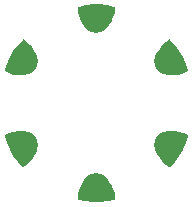
<source format=gbr>
G04 EAGLE Gerber RS-274X export*
G75*
%MOMM*%
%FSLAX34Y34*%
%LPD*%
%INSoldermask Bottom*%
%IPPOS*%
%AMOC8*
5,1,8,0,0,1.08239X$1,22.5*%
G01*
%ADD10C,2.336800*%

G36*
X3062Y-83644D02*
X3062Y-83644D01*
X3099Y-83646D01*
X9133Y-83012D01*
X9160Y-83004D01*
X9198Y-83002D01*
X15132Y-81740D01*
X15154Y-81731D01*
X15178Y-81729D01*
X15257Y-81689D01*
X15340Y-81656D01*
X15357Y-81640D01*
X15378Y-81629D01*
X15411Y-81595D01*
X15413Y-81593D01*
X15422Y-81583D01*
X15439Y-81564D01*
X15505Y-81504D01*
X15516Y-81483D01*
X15532Y-81465D01*
X15548Y-81427D01*
X15555Y-81419D01*
X15568Y-81381D01*
X15607Y-81304D01*
X15610Y-81281D01*
X15619Y-81259D01*
X15622Y-81221D01*
X15627Y-81206D01*
X15626Y-81167D01*
X15630Y-81111D01*
X15633Y-81081D01*
X15632Y-81077D01*
X15632Y-81072D01*
X15345Y-77313D01*
X15334Y-77273D01*
X15329Y-77215D01*
X14457Y-73548D01*
X14440Y-73510D01*
X14426Y-73453D01*
X12991Y-69968D01*
X12969Y-69933D01*
X12946Y-69879D01*
X10983Y-66661D01*
X10956Y-66630D01*
X10925Y-66580D01*
X8483Y-63709D01*
X8445Y-63678D01*
X8389Y-63619D01*
X6603Y-62233D01*
X6578Y-62220D01*
X6574Y-62215D01*
X6563Y-62210D01*
X6535Y-62187D01*
X4583Y-61046D01*
X4550Y-61034D01*
X4509Y-61009D01*
X2426Y-60132D01*
X2391Y-60125D01*
X2347Y-60105D01*
X168Y-59508D01*
X92Y-59502D01*
X19Y-59486D01*
X-24Y-59491D01*
X-56Y-59488D01*
X-100Y-59500D01*
X-168Y-59508D01*
X-2347Y-60105D01*
X-2379Y-60121D01*
X-2426Y-60132D01*
X-4509Y-61009D01*
X-4539Y-61028D01*
X-4583Y-61046D01*
X-6535Y-62187D01*
X-6561Y-62210D01*
X-6603Y-62233D01*
X-8389Y-63619D01*
X-8422Y-63656D01*
X-8483Y-63709D01*
X-10925Y-66580D01*
X-10946Y-66616D01*
X-10983Y-66661D01*
X-12946Y-69879D01*
X-12961Y-69917D01*
X-12991Y-69968D01*
X-14426Y-73453D01*
X-14435Y-73494D01*
X-14457Y-73548D01*
X-15329Y-77215D01*
X-15331Y-77256D01*
X-15345Y-77313D01*
X-15632Y-81072D01*
X-15630Y-81095D01*
X-15634Y-81119D01*
X-15622Y-81190D01*
X-15620Y-81243D01*
X-15613Y-81260D01*
X-15610Y-81295D01*
X-15599Y-81316D01*
X-15595Y-81340D01*
X-15550Y-81416D01*
X-15550Y-81417D01*
X-15536Y-81451D01*
X-15529Y-81458D01*
X-15511Y-81496D01*
X-15493Y-81513D01*
X-15481Y-81533D01*
X-15413Y-81589D01*
X-15391Y-81610D01*
X-15384Y-81617D01*
X-15382Y-81618D01*
X-15348Y-81650D01*
X-15326Y-81660D01*
X-15307Y-81675D01*
X-15170Y-81726D01*
X-15141Y-81738D01*
X-15137Y-81739D01*
X-15132Y-81740D01*
X-9198Y-83002D01*
X-9169Y-83003D01*
X-9133Y-83012D01*
X-3099Y-83646D01*
X-3071Y-83644D01*
X-3033Y-83650D01*
X3033Y-83650D01*
X3062Y-83644D01*
G37*
G36*
X-62590Y23819D02*
X-62590Y23819D01*
X-62550Y23827D01*
X-62491Y23829D01*
X-58784Y24508D01*
X-58737Y24525D01*
X-58658Y24544D01*
X-56565Y25398D01*
X-56535Y25417D01*
X-56491Y25434D01*
X-54527Y26554D01*
X-54500Y26576D01*
X-54458Y26599D01*
X-52657Y27965D01*
X-52633Y27991D01*
X-52595Y28020D01*
X-50988Y29609D01*
X-50944Y29671D01*
X-50894Y29727D01*
X-50881Y29757D01*
X-50876Y29764D01*
X-50873Y29772D01*
X-50859Y29793D01*
X-50847Y29837D01*
X-50820Y29899D01*
X-50247Y32086D01*
X-50244Y32121D01*
X-50231Y32167D01*
X-49949Y34410D01*
X-49951Y34445D01*
X-49944Y34492D01*
X-49956Y36752D01*
X-49963Y36787D01*
X-49962Y36835D01*
X-50269Y39074D01*
X-50285Y39121D01*
X-50300Y39201D01*
X-51566Y42752D01*
X-51587Y42787D01*
X-51607Y42842D01*
X-53412Y46151D01*
X-53438Y46183D01*
X-53467Y46235D01*
X-55767Y49220D01*
X-55798Y49248D01*
X-55834Y49294D01*
X-58574Y51883D01*
X-58608Y51905D01*
X-58651Y51945D01*
X-61762Y54074D01*
X-61784Y54084D01*
X-61802Y54099D01*
X-61885Y54129D01*
X-61900Y54136D01*
X-61916Y54144D01*
X-61919Y54144D01*
X-61967Y54166D01*
X-61991Y54167D01*
X-62013Y54175D01*
X-62102Y54175D01*
X-62191Y54181D01*
X-62213Y54174D01*
X-62237Y54174D01*
X-62321Y54142D01*
X-62406Y54117D01*
X-62425Y54102D01*
X-62447Y54094D01*
X-62523Y54032D01*
X-62546Y54018D01*
X-62559Y54001D01*
X-62561Y54000D01*
X-62585Y53982D01*
X-62587Y53978D01*
X-62592Y53975D01*
X-66651Y49467D01*
X-66666Y49442D01*
X-66693Y49415D01*
X-70258Y44507D01*
X-70271Y44481D01*
X-70294Y44452D01*
X-73328Y39198D01*
X-73337Y39171D01*
X-73358Y39139D01*
X-75825Y33597D01*
X-75832Y33569D01*
X-75849Y33535D01*
X-77723Y27766D01*
X-77727Y27742D01*
X-77736Y27720D01*
X-77742Y27632D01*
X-77754Y27543D01*
X-77749Y27520D01*
X-77750Y27496D01*
X-77725Y27411D01*
X-77705Y27324D01*
X-77692Y27304D01*
X-77685Y27282D01*
X-77632Y27211D01*
X-77583Y27136D01*
X-77564Y27122D01*
X-77550Y27103D01*
X-77427Y27020D01*
X-77403Y27002D01*
X-77399Y27001D01*
X-77395Y26998D01*
X-73996Y25368D01*
X-73956Y25357D01*
X-73903Y25332D01*
X-70291Y24254D01*
X-70250Y24249D01*
X-70194Y24233D01*
X-66458Y23733D01*
X-66417Y23735D01*
X-66358Y23728D01*
X-62590Y23819D01*
G37*
G36*
X66399Y23734D02*
X66399Y23734D01*
X66458Y23733D01*
X70194Y24233D01*
X70233Y24246D01*
X70291Y24254D01*
X73903Y25332D01*
X73940Y25351D01*
X73996Y25368D01*
X77395Y26998D01*
X77414Y27012D01*
X77436Y27020D01*
X77504Y27077D01*
X77576Y27129D01*
X77590Y27149D01*
X77608Y27164D01*
X77652Y27241D01*
X77701Y27315D01*
X77707Y27339D01*
X77719Y27359D01*
X77733Y27447D01*
X77753Y27534D01*
X77751Y27557D01*
X77754Y27581D01*
X77730Y27727D01*
X77726Y27756D01*
X77724Y27760D01*
X77723Y27766D01*
X75849Y33535D01*
X75835Y33561D01*
X75825Y33597D01*
X73358Y39139D01*
X73341Y39163D01*
X73328Y39198D01*
X70294Y44452D01*
X70276Y44474D01*
X70258Y44507D01*
X66693Y49415D01*
X66672Y49435D01*
X66651Y49467D01*
X62592Y53975D01*
X62573Y53989D01*
X62559Y54009D01*
X62529Y54029D01*
X62517Y54041D01*
X62484Y54059D01*
X62414Y54112D01*
X62392Y54119D01*
X62372Y54133D01*
X62285Y54153D01*
X62200Y54180D01*
X62176Y54178D01*
X62153Y54184D01*
X62065Y54173D01*
X61976Y54168D01*
X61954Y54159D01*
X61931Y54156D01*
X61883Y54132D01*
X61880Y54132D01*
X61874Y54128D01*
X61798Y54091D01*
X61770Y54079D01*
X61767Y54076D01*
X61762Y54074D01*
X58651Y51945D01*
X58622Y51916D01*
X58574Y51883D01*
X55834Y49294D01*
X55810Y49261D01*
X55767Y49220D01*
X53467Y46235D01*
X53448Y46198D01*
X53412Y46151D01*
X51607Y42842D01*
X51594Y42803D01*
X51566Y42752D01*
X50300Y39201D01*
X50292Y39152D01*
X50269Y39074D01*
X49962Y36835D01*
X49964Y36800D01*
X49956Y36752D01*
X49944Y34492D01*
X49950Y34457D01*
X49949Y34410D01*
X50231Y32167D01*
X50242Y32133D01*
X50247Y32086D01*
X50820Y29899D01*
X50852Y29831D01*
X50875Y29759D01*
X50893Y29735D01*
X50895Y29732D01*
X50901Y29725D01*
X50915Y29696D01*
X50947Y29664D01*
X50988Y29609D01*
X52595Y28020D01*
X52624Y28000D01*
X52657Y27965D01*
X54458Y26599D01*
X54490Y26583D01*
X54527Y26554D01*
X56491Y25434D01*
X56524Y25422D01*
X56565Y25398D01*
X58658Y24544D01*
X58707Y24534D01*
X58784Y24508D01*
X62491Y23829D01*
X62532Y23829D01*
X62590Y23819D01*
X66358Y23728D01*
X66399Y23734D01*
G37*
G36*
X62213Y-54174D02*
X62213Y-54174D01*
X62237Y-54174D01*
X62321Y-54142D01*
X62406Y-54117D01*
X62425Y-54102D01*
X62447Y-54094D01*
X62561Y-54000D01*
X62585Y-53982D01*
X62587Y-53978D01*
X62592Y-53975D01*
X66651Y-49467D01*
X66666Y-49442D01*
X66693Y-49415D01*
X70258Y-44507D01*
X70271Y-44481D01*
X70294Y-44452D01*
X73328Y-39198D01*
X73337Y-39171D01*
X73358Y-39139D01*
X75825Y-33597D01*
X75832Y-33569D01*
X75849Y-33535D01*
X77723Y-27766D01*
X77727Y-27742D01*
X77736Y-27720D01*
X77742Y-27632D01*
X77754Y-27543D01*
X77749Y-27520D01*
X77750Y-27496D01*
X77725Y-27411D01*
X77705Y-27324D01*
X77692Y-27304D01*
X77685Y-27282D01*
X77632Y-27211D01*
X77583Y-27136D01*
X77564Y-27122D01*
X77550Y-27103D01*
X77427Y-27020D01*
X77403Y-27002D01*
X77399Y-27001D01*
X77395Y-26998D01*
X73996Y-25368D01*
X73956Y-25357D01*
X73903Y-25332D01*
X70291Y-24254D01*
X70250Y-24249D01*
X70194Y-24233D01*
X66458Y-23733D01*
X66417Y-23735D01*
X66358Y-23728D01*
X62590Y-23819D01*
X62550Y-23827D01*
X62491Y-23829D01*
X58784Y-24508D01*
X58737Y-24525D01*
X58658Y-24544D01*
X56565Y-25398D01*
X56535Y-25417D01*
X56491Y-25434D01*
X54527Y-26554D01*
X54500Y-26576D01*
X54458Y-26599D01*
X52657Y-27965D01*
X52633Y-27991D01*
X52595Y-28020D01*
X50988Y-29609D01*
X50944Y-29671D01*
X50894Y-29727D01*
X50877Y-29766D01*
X50859Y-29793D01*
X50847Y-29837D01*
X50820Y-29899D01*
X50247Y-32086D01*
X50244Y-32121D01*
X50231Y-32167D01*
X49949Y-34410D01*
X49951Y-34445D01*
X49944Y-34492D01*
X49956Y-36752D01*
X49963Y-36787D01*
X49962Y-36835D01*
X50269Y-39074D01*
X50273Y-39087D01*
X50274Y-39093D01*
X50283Y-39117D01*
X50285Y-39121D01*
X50300Y-39201D01*
X51566Y-42752D01*
X51587Y-42787D01*
X51607Y-42842D01*
X53412Y-46151D01*
X53438Y-46183D01*
X53467Y-46235D01*
X55767Y-49220D01*
X55798Y-49248D01*
X55834Y-49294D01*
X58574Y-51883D01*
X58608Y-51905D01*
X58651Y-51945D01*
X61762Y-54074D01*
X61784Y-54084D01*
X61802Y-54099D01*
X61885Y-54129D01*
X61967Y-54166D01*
X61991Y-54167D01*
X62013Y-54175D01*
X62102Y-54175D01*
X62191Y-54181D01*
X62213Y-54174D01*
G37*
G36*
X-62065Y-54173D02*
X-62065Y-54173D01*
X-61976Y-54168D01*
X-61954Y-54159D01*
X-61931Y-54156D01*
X-61798Y-54091D01*
X-61770Y-54079D01*
X-61767Y-54076D01*
X-61762Y-54074D01*
X-58651Y-51945D01*
X-58622Y-51916D01*
X-58574Y-51883D01*
X-55834Y-49294D01*
X-55810Y-49261D01*
X-55767Y-49220D01*
X-53467Y-46235D01*
X-53448Y-46198D01*
X-53412Y-46151D01*
X-51607Y-42842D01*
X-51594Y-42803D01*
X-51566Y-42752D01*
X-50300Y-39201D01*
X-50292Y-39152D01*
X-50269Y-39074D01*
X-49962Y-36835D01*
X-49964Y-36800D01*
X-49956Y-36752D01*
X-49944Y-34492D01*
X-49950Y-34457D01*
X-49949Y-34410D01*
X-50231Y-32167D01*
X-50242Y-32133D01*
X-50247Y-32086D01*
X-50820Y-29899D01*
X-50852Y-29831D01*
X-50875Y-29759D01*
X-50901Y-29725D01*
X-50915Y-29696D01*
X-50947Y-29664D01*
X-50988Y-29609D01*
X-52595Y-28020D01*
X-52624Y-28000D01*
X-52657Y-27965D01*
X-54458Y-26599D01*
X-54490Y-26583D01*
X-54527Y-26554D01*
X-56491Y-25434D01*
X-56524Y-25422D01*
X-56565Y-25398D01*
X-58658Y-24544D01*
X-58707Y-24534D01*
X-58784Y-24508D01*
X-62491Y-23829D01*
X-62532Y-23829D01*
X-62590Y-23819D01*
X-66358Y-23728D01*
X-66399Y-23734D01*
X-66458Y-23733D01*
X-70194Y-24233D01*
X-70233Y-24246D01*
X-70291Y-24254D01*
X-73903Y-25332D01*
X-73940Y-25351D01*
X-73996Y-25368D01*
X-77395Y-26998D01*
X-77414Y-27012D01*
X-77436Y-27020D01*
X-77504Y-27077D01*
X-77576Y-27129D01*
X-77590Y-27149D01*
X-77608Y-27164D01*
X-77652Y-27241D01*
X-77701Y-27315D01*
X-77707Y-27339D01*
X-77719Y-27359D01*
X-77733Y-27447D01*
X-77753Y-27534D01*
X-77751Y-27557D01*
X-77754Y-27581D01*
X-77730Y-27727D01*
X-77726Y-27756D01*
X-77724Y-27760D01*
X-77723Y-27766D01*
X-75849Y-33535D01*
X-75835Y-33561D01*
X-75825Y-33597D01*
X-73358Y-39139D01*
X-73341Y-39163D01*
X-73328Y-39198D01*
X-70294Y-44452D01*
X-70276Y-44474D01*
X-70258Y-44507D01*
X-66693Y-49415D01*
X-66672Y-49435D01*
X-66651Y-49467D01*
X-62592Y-53975D01*
X-62573Y-53989D01*
X-62559Y-54009D01*
X-62485Y-54058D01*
X-62414Y-54112D01*
X-62392Y-54119D01*
X-62372Y-54133D01*
X-62285Y-54153D01*
X-62200Y-54180D01*
X-62176Y-54178D01*
X-62153Y-54184D01*
X-62065Y-54173D01*
G37*
G36*
X24Y59491D02*
X24Y59491D01*
X56Y59488D01*
X100Y59500D01*
X168Y59508D01*
X2347Y60105D01*
X2379Y60121D01*
X2426Y60132D01*
X4509Y61009D01*
X4539Y61028D01*
X4583Y61046D01*
X6535Y62187D01*
X6561Y62210D01*
X6603Y62233D01*
X8389Y63619D01*
X8422Y63656D01*
X8483Y63709D01*
X10925Y66580D01*
X10946Y66616D01*
X10983Y66661D01*
X12946Y69879D01*
X12961Y69917D01*
X12991Y69968D01*
X14426Y73453D01*
X14435Y73494D01*
X14457Y73548D01*
X15329Y77215D01*
X15331Y77256D01*
X15345Y77313D01*
X15632Y81072D01*
X15630Y81095D01*
X15634Y81119D01*
X15619Y81206D01*
X15610Y81295D01*
X15599Y81316D01*
X15595Y81340D01*
X15550Y81416D01*
X15511Y81496D01*
X15493Y81513D01*
X15481Y81533D01*
X15413Y81589D01*
X15348Y81650D01*
X15326Y81660D01*
X15307Y81675D01*
X15170Y81726D01*
X15141Y81738D01*
X15137Y81739D01*
X15132Y81740D01*
X9198Y83002D01*
X9169Y83003D01*
X9133Y83012D01*
X3099Y83646D01*
X3071Y83644D01*
X3033Y83650D01*
X-3033Y83650D01*
X-3062Y83644D01*
X-3099Y83646D01*
X-9133Y83012D01*
X-9160Y83004D01*
X-9198Y83002D01*
X-15132Y81740D01*
X-15154Y81731D01*
X-15178Y81729D01*
X-15257Y81689D01*
X-15340Y81656D01*
X-15357Y81640D01*
X-15378Y81629D01*
X-15439Y81564D01*
X-15505Y81504D01*
X-15516Y81483D01*
X-15532Y81465D01*
X-15566Y81383D01*
X-15607Y81304D01*
X-15610Y81281D01*
X-15619Y81259D01*
X-15630Y81111D01*
X-15633Y81081D01*
X-15632Y81077D01*
X-15632Y81072D01*
X-15345Y77313D01*
X-15334Y77273D01*
X-15329Y77215D01*
X-14457Y73548D01*
X-14440Y73510D01*
X-14426Y73453D01*
X-12991Y69968D01*
X-12969Y69933D01*
X-12946Y69879D01*
X-10983Y66661D01*
X-10956Y66630D01*
X-10925Y66580D01*
X-8483Y63709D01*
X-8445Y63678D01*
X-8389Y63619D01*
X-6603Y62233D01*
X-6572Y62217D01*
X-6535Y62187D01*
X-4583Y61046D01*
X-4550Y61034D01*
X-4509Y61009D01*
X-2426Y60132D01*
X-2391Y60125D01*
X-2347Y60105D01*
X-168Y59508D01*
X-92Y59502D01*
X-19Y59486D01*
X24Y59491D01*
G37*
D10*
X60960Y-35560D03*
X-60960Y-35560D03*
X-60960Y35560D03*
X60960Y35560D03*
X0Y-71120D03*
X0Y71120D03*
M02*

</source>
